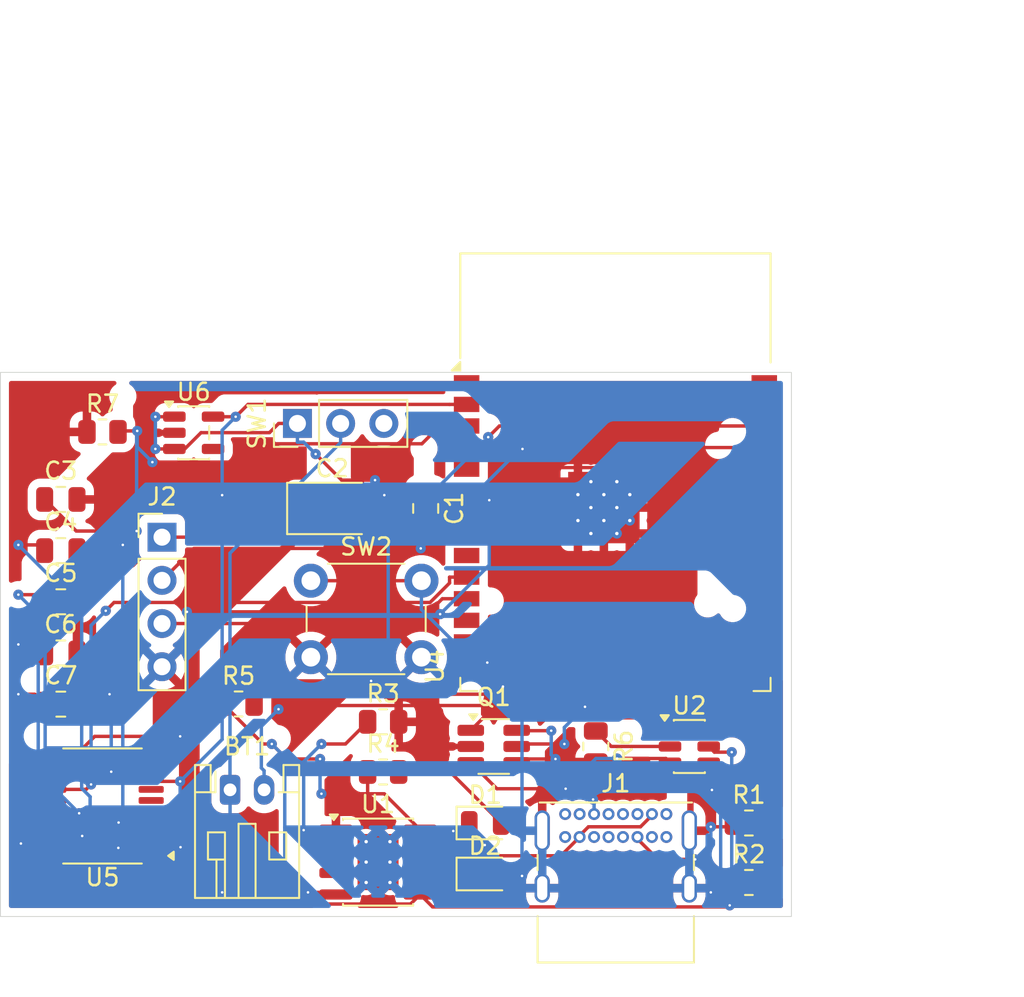
<source format=kicad_pcb>
(kicad_pcb (version 20241229) (generator "pcbnew") (generator_version "9.0")
  (layers (0 "F.Cu" signal) (2 "B.Cu" signal) (13 "F.Paste" user) (15 "B.Paste" user) (5 "F.SilkS" user "F.Silkscreen") (7 "B.SilkS" user "B.Silkscreen") (1 "F.Mask" user) (3 "B.Mask" user) (25 "Edge.Cuts" user))
  (net 0 "")
  (net 1 "/BAT_RAW")
  (net 2 "/BAT_MINUS")
  (net 3 "/V_SYS")
  (net 4 "/GND")
  (net 5 "/3V3")
  (net 6 "Net-(U4-EN)")
  (net 7 "Net-(U5-CAPP)")
  (net 8 "Net-(U5-CAPM)")
  (net 9 "Net-(U5-VNEG)")
  (net 10 "Net-(U5-LDOO)")
  (net 11 "Net-(D1-A)")
  (net 12 "Net-(D1-K)")
  (net 13 "Net-(D2-K)")
  (net 14 "Net-(D2-A)")
  (net 15 "/VBUS_IN")
  (net 16 "Net-(J1-CC2)")
  (net 17 "Net-(J1-CC1)")
  (net 18 "/RXD")
  (net 19 "/TXD")
  (net 20 "Net-(Q1A-D)")
  (net 21 "/OVER_CHARGE")
  (net 22 "/OVER_DISCHARGE")
  (net 23 "Net-(U1-PROG)")
  (net 24 "Net-(U2-CS)")
  (net 25 "Net-(U4-IO0)")
  (net 34 "Net-(U4-IO22)")
  (net 39 "Net-(U4-IO26)")
  (net 56 "Net-(U4-IO25)")
  (footprint "Package_TO_SOT_SMD:SOT-23-5" (layer "F.Cu") (at 117.8625 63.05)
    (property "Reference" "U6")
    (property "Value" "AP2112K-3.3")
  )
  (footprint "LED_SMD:LED_0805_2012Metric" (layer "F.Cu") (at 135 89)
    (property "Reference" "D2")
    (property "Value" "LED")
  )
  (footprint "Package_TO_SOT_SMD:SOT-23-6" (layer "F.Cu") (at 147 81.5)
    (property "Reference" "U2")
    (property "Value" "DW01A")
  )
  (footprint "Capacitor_SMD:C_0805_2012Metric" (layer "F.Cu") (at 110.05 69.98)
    (property "Reference" "C4")
    (property "Value" "2.2uF")
  )
  (footprint "Resistor_SMD:R_0805_2012Metric" (layer "F.Cu") (at 129 80.05)
    (property "Reference" "R3")
    (property "Value" "1.2k")
  )
  (footprint "Capacitor_SMD:C_0805_2012Metric" (layer "F.Cu") (at 110.05 79.01)
    (property "Reference" "C7")
    (property "Value" "0.1uF")
  )
  (footprint "Resistor_SMD:R_0805_2012Metric" (layer "F.Cu") (at 112.5 63)
    (property "Reference" "R7")
    (property "Value" "10K")
  )
  (footprint "LED_SMD:LED_0805_2012Metric" (layer "F.Cu") (at 135 86)
    (property "Reference" "D1")
    (property "Value" "LED")
  )
  (footprint "Package_SO:TSSOP-20_4.4x6.5mm_P0.65mm" (layer "F.Cu") (at 112.5 85 180)
    (property "Reference" "U5")
    (property "Value" "PCM5102A")
  )
  (footprint "Resistor_SMD:R_0805_2012Metric" (layer "F.Cu") (at 129 83)
    (property "Reference" "R4")
    (property "Value" "1k")
  )
  (footprint "Connector_PinHeader_2.54mm:PinHeader_1x03_P2.54mm_Vertical" (layer "F.Cu") (at 123.96 62.5 90)
    (property "Reference" "SW1")
    (property "Value" "SW_SPDT")
  )
  (footprint "Capacitor_SMD:C_0805_2012Metric" (layer "F.Cu") (at 110.05 76)
    (property "Reference" "C6")
    (property "Value" "2.2uF")
  )
  (footprint "Resistor_SMD:R_0805_2012Metric" (layer "F.Cu") (at 141.5 81.5 -90)
    (property "Reference" "R6")
    (property "Value" "1K")
  )
  (footprint "Resistor_SMD:R_0805_2012Metric" (layer "F.Cu") (at 120.5 79)
    (property "Reference" "R5")
    (property "Value" "1k")
  )
  (footprint "Connector_JST:JST_PH_S2B-PH-K_1x02_P2.00mm_Horizontal" (layer "F.Cu") (at 120 84.05)
    (property "Reference" "BT1")
    (property "Value" "Battery_Cell")
  )
  (footprint "Resistor_SMD:R_0805_2012Metric" (layer "F.Cu") (at 150.5 86)
    (property "Reference" "R1")
    (property "Value" "5.1k")
  )
  (footprint "Connector_USB:USB_C_Receptacle_GCT_USB4085" (layer "F.Cu") (at 139.7 85.475)
    (property "Reference" "J1")
    (property "Value" "USB_C_Receptacle_PowerOnly_6P")
  )
  (footprint "Capacitor_SMD:C_0805_2012Metric" (layer "F.Cu") (at 131.5 67.5 -90)
    (property "Reference" "C1")
    (property "Value" "10uF")
  )
  (footprint "RF_Module:ESP32-WROOM-32" (layer "F.Cu") (at 142.655 68.36)
    (property "Reference" "U4")
    (property "Value" "ESP32-WROOM-32")
  )
  (footprint "Package_SO:SOIC-8-1EP_3.9x4.9mm_P1.27mm_EP2.41x3.3mm_ThermalVias" (layer "F.Cu") (at 128.7 88.3)
    (property "Reference" "U1")
    (property "Value" "TP4056-42-ESOP8")
  )
  (footprint "Button_Switch_THT:SW_PUSH_6mm" (layer "F.Cu") (at 124.75 71.75)
    (property "Reference" "SW2")
    (property "Value" "SW_Push")
  )
  (footprint "Capacitor_SMD:C_0805_2012Metric" (layer "F.Cu") (at 110.05 66.97)
    (property "Reference" "C3")
    (property "Value" "1uF")
  )
  (footprint "Package_TO_SOT_SMD:SOT-23-6_Handsoldering" (layer "F.Cu") (at 135.5 81.5)
    (property "Reference" "Q1")
    (property "Value" "Q_Dual_NMOS_G1S2G2D2S1D1")
  )
  (footprint "Resistor_SMD:R_0805_2012Metric" (layer "F.Cu") (at 150.5 89.5)
    (property "Reference" "R2")
    (property "Value" "5.1k")
  )
  (footprint "Capacitor_SMD:C_0805_2012Metric" (layer "F.Cu") (at 110.05 72.99)
    (property "Reference" "C5")
    (property "Value" "2.2uF")
  )
  (footprint "Connector_PinHeader_2.54mm:PinHeader_1x04_P2.54mm_Vertical" (layer "F.Cu") (at 116 69.19)
    (property "Reference" "J2")
    (property "Value" "Conn_01x04")
  )
  (footprint "Capacitor_Tantalum_SMD:CP_EIA-3528-21_Kemet-B_HandSolder" (layer "F.Cu") (at 126 67.5)
    (property "Reference" "C2")
    (property "Value" "100uF")
  )
  (gr_rect (start 106.5 59.5) (end 153 91.5) (stroke (width 0.05)) (fill no) (layer "Edge.Cuts"))
  (segment (start 149.2805 90.937) (end 131.907 90.937) (width 0.2) (layer "F.Cu") (net 1))
  (segment (start 149.4913 81.8343) (end 148.4718 81.8343) (width 0.2) (layer "F.Cu") (net 1))
  (segment (start 148.4718 81.8343) (end 148.1375 81.5) (width 0.2) (layer "F.Cu") (net 1))
  (segment (start 119.5346 90.0813) (end 120.2203 90.767) (width 0.2) (layer "F.Cu") (net 1))
  (segment (start 130.613 90.767) (end 131.175 90.205) (width 0.2) (layer "F.Cu") (net 1))
  (segment (start 149.372 90.8455) (end 149.2805 90.937) (width 0.2) (layer "F.Cu") (net 1))
  (segment (start 131.907 90.937) (end 131.175 90.205) (width 0.2) (layer "F.Cu") (net 1))
  (segment (start 120.2203 90.767) (end 130.613 90.767) (width 0.2) (layer "F.Cu") (net 1))
  (via (at 149.372 90.8455) (size 0.6) (drill 0.15) (layers "F.Cu" "B.Cu") (net 1))
  (via (at 149.4913 81.8343) (size 0.6) (drill 0.15) (layers "F.Cu" "B.Cu") (net 1))
  (via (at 119.5346 90.0813) (size 0.6) (drill 0.15) (layers "F.Cu" "B.Cu") (net 1))
  (segment (start 149.4913 81.8343) (end 149.4913 90.7262) (width 0.2) (layer "B.Cu") (net 1))
  (segment (start 119.9953 70.1292) (end 119.9953 84.0453) (width 0.2) (layer "B.Cu") (net 1))
  (segment (start 119.5346 90.0813) (end 120 89.6159) (width 0.2) (layer "B.Cu") (net 1))
  (segment (start 126.5 63.6245) (end 119.9953 70.1292) (width 0.2) (layer "B.Cu") (net 1))
  (segment (start 119.9953 84.0453) (end 120 84.05) (width 0.2) (layer "B.Cu") (net 1))
  (segment (start 149.4913 90.7262) (end 149.372 90.8455) (width 0.2) (layer "B.Cu") (net 1))
  (segment (start 120 89.6159) (end 120 84.05) (width 0.2) (layer "B.Cu") (net 1))
  (segment (start 126.5 62.5) (end 126.5 63.6245) (width 0.2) (layer "B.Cu") (net 1))
  (segment (start 146.7542 79.1667) (end 148.1375 80.55) (width 0.2) (layer "F.Cu") (net 2))
  (segment (start 122.8487 79.3089) (end 123.065 79.0926) (width 0.2) (layer "F.Cu") (net 2))
  (segment (start 136.9956 81.3544) (end 136.85 81.5) (width 0.2) (layer "F.Cu") (net 2))
  (segment (start 139.6529 81.3544) (end 136.9956 81.3544) (width 0.2) (layer "F.Cu") (net 2))
  (segment (start 140.8653 79.1667) (end 146.7542 79.1667) (width 0.2) (layer "F.Cu") (net 2))
  (segment (start 123.065 79.0926) (end 140.7912 79.0926) (width 0.2) (layer "F.Cu") (net 2))
  (segment (start 140.7912 79.0926) (end 140.8653 79.1667) (width 0.2) (layer "F.Cu") (net 2))
  (via (at 140.8653 79.1667) (size 0.6) (drill 0.15) (layers "F.Cu" "B.Cu") (net 2))
  (via (at 122.8487 79.3089) (size 0.6) (drill 0.15) (layers "F.Cu" "B.Cu") (net 2))
  (via (at 139.6529 81.3544) (size 0.6) (drill 0.15) (layers "F.Cu" "B.Cu") (net 2))
  (segment (start 121.8383 82.7616) (end 121.8383 80.3193) (width 0.2) (layer "B.Cu") (net 2))
  (segment (start 122 84.05) (end 122 82.9233) (width 0.2) (layer "B.Cu") (net 2))
  (segment (start 121.8383 80.3193) (end 122.8487 79.3089) (width 0.2) (layer "B.Cu") (net 2))
  (segment (start 139.6529 80.3791) (end 140.8653 79.1667) (width 0.2) (layer "B.Cu") (net 2))
  (segment (start 139.6529 81.3544) (end 139.6529 80.3791) (width 0.2) (layer "B.Cu") (net 2))
  (segment (start 122 82.9233) (end 121.8383 82.7616) (width 0.2) (layer "B.Cu") (net 2))
  (segment (start 122.315 63.0433) (end 122.8583 62.5) (width 0.2) (layer "F.Cu") (net 3))
  (segment (start 131.3321 66.7179) (end 131.5 66.55) (width 0.2) (layer "F.Cu") (net 3))
  (segment (start 115.6092 64) (end 116.725 64) (width 0.2) (layer "F.Cu") (net 3))
  (segment (start 117.3363 64) (end 118.293 63.0433) (width 0.2) (layer "F.Cu") (net 3))
  (segment (start 116.725 64) (end 117.3363 64) (width 0.2) (layer "F.Cu") (net 3))
  (segment (start 116.7177 62.1073) (end 116.725 62.1) (width 0.2) (layer "F.Cu") (net 3))
  (segment (start 118.293 63.0433) (end 122.315 63.0433) (width 0.2) (layer "F.Cu") (net 3))
  (segment (start 115.6092 62.1073) (end 116.7177 62.1073) (width 0.2) (layer "F.Cu") (net 3))
  (segment (start 129.0682 66.7179) (end 131.3321 66.7179) (width 0.2) (layer "F.Cu") (net 3))
  (segment (start 128.5219 65.8343) (end 126.5626 65.8343) (width 0.2) (layer "F.Cu") (net 3))
  (segment (start 123.96 62.5) (end 122.8583 62.5) (width 0.2) (layer "F.Cu") (net 3))
  (segment (start 126.5626 65.8343) (end 125.0304 64.3021) (width 0.2) (layer "F.Cu") (net 3))
  (via (at 115.6092 64) (size 0.6) (drill 0.15) (layers "F.Cu" "B.Cu") (net 3))
  (via (at 115.6092 62.1073) (size 0.6) (drill 0.15) (layers "F.Cu" "B.Cu") (net 3))
  (via (at 125.0304 64.3021) (size 0.6) (drill 0.15) (layers "F.Cu" "B.Cu") (net 3))
  (via (at 128.5219 65.8343) (size 0.6) (drill 0.15) (layers "F.Cu" "B.Cu") (net 3))
  (via (at 129.0682 66.7179) (size 0.6) (drill 0.15) (layers "F.Cu" "B.Cu") (net 3))
  (segment (start 124.33 63.6017) (end 123.96 63.6017) (width 0.2) (layer "B.Cu") (net 3))
  (segment (start 129.0682 66.7179) (end 129.0682 66.3806) (width 0.2) (layer "B.Cu") (net 3))
  (segment (start 115.6092 64) (end 115.6092 62.1073) (width 0.2) (layer "B.Cu") (net 3))
  (segment (start 125.0304 64.3021) (end 124.33 63.6017) (width 0.2) (layer "B.Cu") (net 3))
  (segment (start 123.96 62.5) (end 123.96 63.6017) (width 0.2) (layer "B.Cu") (net 3))
  (segment (start 129.0682 66.3806) (end 128.5219 65.8343) (width 0.2) (layer "B.Cu") (net 3))
  (segment (start 116.5868 87.925) (end 115.3625 87.925) (width 0.2) (layer "F.Cu") (net 5))
  (segment (start 109.6375 87.925) (end 109.7966 88.0841) (width 0.2) (layer "F.Cu") (net 5))
  (segment (start 115.2034 88.0841) (end 115.3625 87.925) (width 0.2) (layer "F.Cu") (net 5))
  (segment (start 115.5408 83.5533) (end 115.3625 83.375) (width 0.2) (layer "F.Cu") (net 5))
  (segment (start 116 69.19) (end 122.6825 69.19) (width 0.2) (layer "F.Cu") (net 5))
  (segment (start 120.3286 62.1073) (end 121.0559 61.38) (width 0.2) (layer "F.Cu") (net 5))
  (segment (start 133.905 61.38) (end 132.9033 61.38) (width 0.2) (layer "F.Cu") (net 5))
  (segment (start 117.0658 83.5533) (end 115.5408 83.5533) (width 0.2) (layer "F.Cu") (net 5))
  (segment (start 119.0073 62.1073) (end 120.3286 62.1073) (width 0.2) (layer "F.Cu") (net 5))
  (segment (start 108.4208 87.925) (end 109.6375 87.925) (width 0.2) (layer "F.Cu") (net 5))
  (segment (start 108.5171 78.4271) (end 109.1 79.01) (width 0.2) (layer "F.Cu") (net 5))
  (segment (start 123.5904 66.7179) (end 124.3725 67.5) (width 0.2) (layer "F.Cu") (net 5))
  (segment (start 107.7048 87.209) (end 108.4208 87.925) (width 0.2) (layer "F.Cu") (net 5))
  (segment (start 122.6825 69.19) (end 124.3725 67.5) (width 0.2) (layer "F.Cu") (net 5))
  (segment (start 109.7966 88.0841) (end 115.2034 88.0841) (width 0.2) (layer "F.Cu") (net 5))
  (segment (start 119.5346 66.7179) (end 123.5904 66.7179) (width 0.2) (layer "F.Cu") (net 5))
  (segment (start 121.0559 61.38) (end 132.9033 61.38) (width 0.2) (layer "F.Cu") (net 5))
  (segment (start 107.5545 78.4271) (end 108.5171 78.4271) (width 0.2) (layer "F.Cu") (net 5))
  (segment (start 119 62.1) (end 119.0073 62.1073) (width 0.2) (layer "F.Cu") (net 5))
  (segment (start 117.0878 87.424) (end 116.5868 87.925) (width 0.2) (layer "F.Cu") (net 5))
  (via (at 119.5346 66.7179) (size 0.6) (drill 0.15) (layers "F.Cu" "B.Cu") (net 5))
  (via (at 107.7048 87.209) (size 0.6) (drill 0.15) (layers "F.Cu" "B.Cu") (net 5))
  (via (at 120.3286 62.1073) (size 0.6) (drill 0.15) (layers "F.Cu" "B.Cu") (net 5))
  (via (at 107.5545 78.4271) (size 0.6) (drill 0.15) (layers "F.Cu" "B.Cu") (net 5))
  (via (at 117.0658 83.5533) (size 0.6) (drill 0.15) (layers "F.Cu" "B.Cu") (net 5))
  (via (at 117.0878 87.424) (size 0.6) (drill 0.15) (layers "F.Cu" "B.Cu") (net 5))
  (segment (start 117.0658 83.5533) (end 119.5346 81.0845) (width 0.2) (layer "B.Cu") (net 5))
  (segment (start 120.3286 62.1073) (end 119.5346 62.9013) (width 0.2) (layer "B.Cu") (net 5))
  (segment (start 107.5545 87.0587) (end 107.7048 87.209) (width 0.2) (layer "B.Cu") (net 5))
  (segment (start 119.5346 81.0845) (end 119.5346 66.7179) (width 0.2) (layer "B.Cu") (net 5))
  (segment (start 107.5545 78.4271) (end 107.5545 87.0587) (width 0.2) (layer "B.Cu") (net 5))
  (segment (start 117.0658 87.402) (end 117.0658 83.5533) (width 0.2) (layer "B.Cu") (net 5))
  (segment (start 119.5346 62.9013) (end 119.5346 66.7179) (width 0.2) (layer "B.Cu") (net 5))
  (segment (start 117.0878 87.424) (end 117.0658 87.402) (width 0.2) (layer "B.Cu") (net 5))
  (segment (start 133.905 62.65) (end 132.3257 62.65) (width 0.2) (layer "F.Cu") (net 6))
  (segment (start 110.9593 68.8293) (end 109.1 66.97) (width 0.2) (layer "F.Cu") (net 6))
  (segment (start 132.3257 62.65) (end 131.2796 63.6961) (width 0.2) (layer "F.Cu") (net 6))
  (segment (start 120.6973 64.7771) (end 115.4328 64.7771) (width 0.2) (layer "F.Cu") (net 6))
  (segment (start 114.506 68.8293) (end 110.9593 68.8293) (width 0.2) (layer "F.Cu") (net 6))
  (segment (start 121.7783 63.6961) (end 120.6973 64.7771) (width 0.2) (layer "F.Cu") (net 6))
  (segment (start 131.2796 63.6961) (end 121.7783 63.6961) (width 0.2) (layer "F.Cu") (net 6))
  (segment (start 113.4721 62.9404) (end 113.4125 63) (width 0.2) (layer "F.Cu") (net 6))
  (segment (start 114.5412 62.9404) (end 113.4721 62.9404) (width 0.2) (layer "F.Cu") (net 6))
  (via (at 115.4328 64.7771) (size 0.6) (drill 0.15) (layers "F.Cu" "B.Cu") (net 6))
  (via (at 114.506 68.8293) (size 0.6) (drill 0.15) (layers "F.Cu" "B.Cu") (net 6))
  (via (at 114.5412 62.9404) (size 0.6) (drill 0.15) (layers "F.Cu" "B.Cu") (net 6))
  (segment (start 114.506 62.9756) (end 114.506 68.8293) (width 0.2) (layer "B.Cu") (net 6))
  (segment (start 114.5412 63.8855) (end 114.5412 62.9404) (width 0.2) (layer "B.Cu") (net 6))
  (segment (start 114.5412 62.9404) (end 114.506 62.9756) (width 0.2) (layer "B.Cu") (net 6))
  (segment (start 115.4328 64.7771) (end 114.5412 63.8855) (width 0.2) (layer "B.Cu") (net 6))
  (segment (start 107.5545 69.6452) (end 108.7652 69.6452) (width 0.2) (layer "F.Cu") (net 7))
  (segment (start 113.4311 87.4665) (end 115.171 87.4665) (width 0.2) (layer "F.Cu") (net 7))
  (segment (start 108.7652 69.6452) (end 109.1 69.98) (width 0.2) (layer "F.Cu") (net 7))
  (segment (start 115.171 87.4665) (end 115.3625 87.275) (width 0.2) (layer "F.Cu") (net 7))
  (via (at 113.4311 87.4665) (size 0.6) (drill 0.15) (layers "F.Cu" "B.Cu") (net 7))
  (via (at 107.5545 69.6452) (size 0.6) (drill 0.15) (layers "F.Cu" "B.Cu") (net 7))
  (segment (start 111.7728 84.4569) (end 111.7728 85.8082) (width 0.2) (layer "B.Cu") (net 7))
  (segment (start 111.7727 84.4569) (end 111.7728 84.4569) (width 0.2) (layer "B.Cu") (net 7))
  (segment (start 111.2772 83.9614) (end 111.7727 84.4569) (width 0.2) (layer "B.Cu") (net 7))
  (segment (start 107.5545 69.6452) (end 111.2772 73.3679) (width 0.2) (layer "B.Cu") (net 7))
  (segment (start 111.7728 85.8082) (end 113.4311 87.4665) (width 0.2) (layer "B.Cu") (net 7))
  (segment (start 111.2772 73.3679) (end 111.2772 83.9614) (width 0.2) (layer "B.Cu") (net 7))
  (segment (start 113.4473 85.975) (end 115.3625 85.975) (width 0.2) (layer "F.Cu") (net 8))
  (segment (start 113.6938 69.6452) (end 111.3348 69.6452) (width 0.2) (layer "F.Cu") (net 8))
  (segment (start 113.4469 85.9746) (end 113.4473 85.975) (width 0.2) (layer "F.Cu") (net 8))
  (segment (start 111.3348 69.6452) (end 111 69.98) (width 0.2) (layer "F.Cu") (net 8))
  (via (at 113.6938 69.6452) (size 0.6) (drill 0.15) (layers "F.Cu" "B.Cu") (net 8))
  (via (at 113.4469 85.9746) (size 0.6) (drill 0.15) (layers "F.Cu" "B.Cu") (net 8))
  (segment (start 113.6938 85.7277) (end 113.6938 69.6452) (width 0.2) (layer "B.Cu") (net 8))
  (segment (start 113.4469 85.9746) (end 113.6938 85.7277) (width 0.2) (layer "B.Cu") (net 8))
  (segment (start 107.5545 72.5725) (end 108.6825 72.5725) (width 0.2) (layer "F.Cu") (net 9))
  (segment (start 108.6825 72.5725) (end 109.1 72.99) (width 0.2) (layer "F.Cu") (net 9))
  (segment (start 115.3625 85.325) (end 111.2312 85.325) (width 0.2) (layer "F.Cu") (net 9))
  (segment (start 111.2312 85.325) (end 111.1279 85.4283) (width 0.2) (layer "F.Cu") (net 9))
  (via (at 107.5545 72.5725) (size 0.6) (drill 0.15) (layers "F.Cu" "B.Cu") (net 9))
  (via (at 111.1279 85.4283) (size 0.6) (drill 0.15) (layers "F.Cu" "B.Cu") (net 9))
  (segment (start 109.129 74.147) (end 107.5545 72.5725) (width 0.2) (layer "B.Cu") (net 9))
  (segment (start 111.1279 85.4283) (end 109.129 83.4294) (width 0.2) (layer "B.Cu") (net 9))
  (segment (start 109.129 83.4294) (end 109.129 74.147) (width 0.2) (layer "B.Cu") (net 9))
  (segment (start 111.3065 86.7644) (end 109.7769 86.7644) (width 0.2) (layer "F.Cu") (net 10))
  (segment (start 107.5545 75.4998) (end 108.5998 75.4998) (width 0.2) (layer "F.Cu") (net 10))
  (segment (start 108.5998 75.4998) (end 109.1 76) (width 0.2) (layer "F.Cu") (net 10))
  (segment (start 109.7769 86.7644) (end 109.6375 86.625) (width 0.2) (layer "F.Cu") (net 10))
  (via (at 111.3065 86.7644) (size 0.6) (drill 0.15) (layers "F.Cu" "B.Cu") (net 10))
  (via (at 107.5545 75.4998) (size 0.6) (drill 0.15) (layers "F.Cu" "B.Cu") (net 10))
  (segment (start 111.3065 86.7644) (end 108.7217 84.1796) (width 0.2) (layer "B.Cu") (net 10))
  (segment (start 108.7217 84.1796) (end 108.7217 76.667) (width 0.2) (layer "B.Cu") (net 10))
  (segment (start 108.7217 76.667) (end 107.5545 75.4998) (width 0.2) (layer "B.Cu") (net 10))
  (segment (start 129.9125 83) (end 132.9375 83) (width 0.2) (layer "F.Cu") (net 11))
  (segment (start 132.9375 83) (end 135.9375 86) (width 0.2) (layer "F.Cu") (net 11))
  (segment (start 132.7718 87.665) (end 134.0625 86.3743) (width 0.2) (layer "F.Cu") (net 12))
  (segment (start 131.175 87.665) (end 132.7718 87.665) (width 0.2) (layer "F.Cu") (net 12))
  (segment (start 134.0625 86.3743) (end 134.0625 86) (width 0.2) (layer "F.Cu") (net 12))
  (segment (start 134.0625 89) (end 131.24 89) (width 0.2) (layer "F.Cu") (net 13))
  (segment (start 131.24 89) (end 131.175 88.935) (width 0.2) (layer "F.Cu") (net 13))
  (segment (start 136.0527 89.1152) (end 135.9375 89) (width 0.2) (layer "F.Cu") (net 14))
  (segment (start 137.163 89.1152) (end 136.0527 89.1152) (width 0.2) (layer "F.Cu") (net 14))
  (segment (start 121.9854 78.4271) (end 135.5924 78.4271) (width 0.2) (layer "F.Cu") (net 14))
  (segment (start 135.5924 78.4271) (end 136.0415 77.978) (width 0.2) (layer "F.Cu") (net 14))
  (segment (start 121.4125 79) (end 121.9854 78.4271) (width 0.2) (layer "F.Cu") (net 14))
  (via (at 136.0415 77.978) (size 0.6) (drill 0.15) (layers "F.Cu" "B.Cu") (net 14))
  (via (at 137.163 89.1152) (size 0.6) (drill 0.15) (layers "F.Cu" "B.Cu") (net 14))
  (segment (start 136.0415 77.978) (end 137.163 79.0995) (width 0.2) (layer "B.Cu") (net 14))
  (segment (start 137.163 79.0995) (end 137.163 89.1152) (width 0.2) (layer "B.Cu") (net 14))
  (segment (start 123.3352 82.2362) (end 122.4534 81.3544) (width 0.2) (layer "F.Cu") (net 15))
  (segment (start 129.0617 84.2817) (end 128.0875 84.2817) (width 0.2) (layer "F.Cu") (net 15))
  (segment (start 139.4481 87.9281) (end 140.55 86.8262) (width 0.2) (layer "F.Cu") (net 15))
  (segment (start 140.55 86.742) (end 140.55 86.825) (width 0.2) (layer "F.Cu") (net 15))
  (segment (start 124.5811 90.0813) (end 126.1013 90.0813) (width 0.2) (layer "F.Cu") (net 15))
  (segment (start 144.1267 86.2233) (end 141.0687 86.2233) (width 0.2) (layer "F.Cu") (net 15))
  (segment (start 121.9419 81.3544) (end 119.5875 79) (width 0.2) (layer "F.Cu") (net 15))
  (segment (start 140.55 86.8262) (end 140.55 86.825) (width 0.2) (layer "F.Cu") (net 15))
  (segment (start 128.0875 84.2817) (end 125.3722 84.2817) (width 0.2) (layer "F.Cu") (net 15))
  (segment (start 128.0875 84.2817) (end 128.0875 83) (width 0.2) (layer "F.Cu") (net 15))
  (segment (start 133.1217 86.4727) (end 131.2527 86.4727) (width 0.2) (layer "F.Cu") (net 15))
  (segment (start 141.0687 86.2233) (end 140.55 86.742) (width 0.2) (layer "F.Cu") (net 15))
  (segment (start 122.4534 81.3544) (end 121.9419 81.3544) (width 0.2) (layer "F.Cu") (net 15))
  (segment (start 144.8 85.55) (end 144.1267 86.2233) (width 0.2) (layer "F.Cu") (net 15))
  (segment (start 134.9736 87.2983) (end 135.6034 87.9281) (width 0.2) (layer "F.Cu") (net 15))
  (segment (start 125.2894 82.2362) (end 123.3352 82.2362) (width 0.2) (layer "F.Cu") (net 15))
  (segment (start 131.2527 86.4727) (end 131.175 86.395) (width 0.2) (layer "F.Cu") (net 15))
  (segment (start 126.1013 90.0813) (end 126.225 90.205) (width 0.2) (layer "F.Cu") (net 15))
  (segment (start 131.175 86.395) (end 129.0617 84.2817) (width 0.2) (layer "F.Cu") (net 15))
  (segment (start 135.6034 87.9281) (end 139.4481 87.9281) (width 0.2) (layer "F.Cu") (net 15))
  (segment (start 144.8 85.475) (end 144.8 85.55) (width 0.2) (layer "F.Cu") (net 15))
  (via (at 125.2894 82.2362) (size 0.6) (drill 0.15) (layers "F.Cu" "B.Cu") (net 15))
  (via (at 124.5811 90.0813) (size 0.6) (drill 0.15) (layers "F.Cu" "B.Cu") (net 15))
  (via (at 133.1217 86.4727) (size 0.6) (drill 0.15) (layers "F.Cu" "B.Cu") (net 15))
  (via (at 134.9736 87.2983) (size 0.6) (drill 0.15) (layers "F.Cu" "B.Cu") (net 15))
  (via (at 125.3722 84.2817) (size 0.6) (drill 0.15) (layers "F.Cu" "B.Cu") (net 15))
  (via (at 122.4534 81.3544) (size 0.6) (drill 0.15) (layers "F.Cu" "B.Cu") (net 15))
  (segment (start 123.2152 82.1162) (end 122.4534 81.3544) (width 0.2) (layer "B.Cu") (net 15))
  (segment (start 125.2894 84.1989) (end 125.2894 82.2362) (width 0.2) (layer "B.Cu") (net 15))
  (segment (start 134.148 86.4727) (end 134.9736 87.2983) (width 0.2) (layer "B.Cu") (net 15))
  (segment (start 125.3722 84.2817) (end 125.2894 84.1989) (width 0.2) (layer "B.Cu") (net 15))
  (segment (start 133.1217 86.4727) (end 134.148 86.4727) (width 0.2) (layer "B.Cu") (net 15))
  (segment (start 123.2152 88.7154) (end 123.2152 82.1162) (width 0.2) (layer "B.Cu") (net 15))
  (segment (start 124.5811 90.0813) (end 123.2152 88.7154) (width 0.2) (layer "B.Cu") (net 15))
  (segment (start 149.3643 86.2232) (end 149.5875 86) (width 0.2) (layer "F.Cu") (net 16))
  (segment (start 145.1543 88.1404) (end 147.3416 88.1404) (width 0.2) (layer "F.Cu") (net 16))
  (segment (start 143.95 86.825) (end 143.95 86.9361) (width 0.2) (layer "F.Cu") (net 16))
  (segment (start 143.95 86.9361) (end 145.1543 88.1404) (width 0.2) (layer "F.Cu") (net 16))
  (segment (start 148.262 86.2232) (end 149.3643 86.2232) (width 0.2) (layer "F.Cu") (net 16))
  (via (at 148.262 86.2232) (size 0.6) (drill 0.15) (layers "F.Cu" "B.Cu") (net 16))
  (via (at 147.3416 88.1404) (size 0.6) (drill 0.15) (layers "F.Cu" "B.Cu") (net 16))
  (segment (start 148.262 87.22) (end 147.3416 88.1404) (width 0.2) (layer "B.Cu") (net 16))
  (segment (start 148.262 86.2232) (end 148.262 87.22) (width 0.2) (layer "B.Cu") (net 16))
  (segment (start 148.3273 84.0585) (end 141.899 84.0585) (width 0.2) (layer "F.Cu") (net 17))
  (segment (start 141.899 84.0585) (end 141.3404 84.6171) (width 0.2) (layer "F.Cu") (net 17))
  (segment (start 149.0062 90.0813) (end 149.5875 89.5) (width 0.2) (layer "F.Cu") (net 17))
  (segment (start 148.262 90.0813) (end 149.0062 90.0813) (width 0.2) (layer "F.Cu") (net 17))
  (via (at 141.3404 84.6171) (size 0.6) (drill 0.15) (layers "F.Cu" "B.Cu") (net 17))
  (via (at 148.3273 84.0585) (size 0.6) (drill 0.15) (layers "F.Cu" "B.Cu") (net 17))
  (via (at 148.262 90.0813) (size 0.6) (drill 0.15) (layers "F.Cu" "B.Cu") (net 17))
  (segment (start 148.8415 84.5727) (end 148.3273 84.0585) (width 0.2) (layer "B.Cu") (net 17))
  (segment (start 141.4 84.6767) (end 141.4 85.475) (width 0.2) (layer "B.Cu") (net 17))
  (segment (start 148.262 90.0813) (end 148.8415 89.5018) (width 0.2) (layer "B.Cu") (net 17))
  (segment (start 148.8415 89.5018) (end 148.8415 84.5727) (width 0.2) (layer "B.Cu") (net 17))
  (segment (start 141.3404 84.6171) (end 141.4 84.6767) (width 0.2) (layer "B.Cu") (net 17))
  (segment (start 116 74.27) (end 131.7974 74.27) (width 0.2) (layer "F.Cu") (net 18))
  (segment (start 151.405 65.19) (end 150.4033 65.19) (width 0.2) (layer "F.Cu") (net 18))
  (segment (start 150.3116 65.0983) (end 150.4033 65.19) (width 0.2) (layer "F.Cu") (net 18))
  (segment (start 135.2381 67.0143) (end 137.1541 65.0983) (width 0.2) (layer "F.Cu") (net 18))
  (segment (start 137.1541 65.0983) (end 150.3116 65.0983) (width 0.2) (layer "F.Cu") (net 18))
  (segment (start 131.7974 74.27) (end 132.3502 73.7172) (width 0.2) (layer "F.Cu") (net 18))
  (via (at 135.2381 67.0143) (size 0.6) (drill 0.15) (layers "F.Cu" "B.Cu") (net 18))
  (via (at 132.3502 73.7172) (size 0.6) (drill 0.15) (layers "F.Cu" "B.Cu") (net 18))
  (segment (start 135.2381 70.8293) (end 135.2381 67.0143) (width 0.2) (layer "B.Cu") (net 18))
  (segment (start 132.3502 73.7172) (end 135.2381 70.8293) (width 0.2) (layer "B.Cu") (net 18))
  (segment (start 117.8795 69.8505) (end 116 71.73) (width 0.2) (layer "F.Cu") (net 19))
  (segment (start 151.405 63.92) (end 137.2723 63.92) (width 0.2) (layer "F.Cu") (net 19))
  (segment (start 137.2723 63.92) (end 137.1902 64.0021) (width 0.2) (layer "F.Cu") (net 19))
  (segment (start 131.2098 69.8505) (end 117.8795 69.8505) (width 0.2) (layer "F.Cu") (net 19))
  (via (at 137.1902 64.0021) (size 0.6) (drill 0.15) (layers "F.Cu" "B.Cu") (net 19))
  (via (at 131.2098 69.8505) (size 0.6) (drill 0.15) (layers "F.Cu" "B.Cu") (net 19))
  (segment (start 137.0582 64.0021) (end 131.2098 69.8505) (width 0.2) (layer "B.Cu") (net 19))
  (segment (start 137.1902 64.0021) (end 137.0582 64.0021) (width 0.2) (layer "B.Cu") (net 19))
  (segment (start 136.8726 80.5726) (end 136.85 80.55) (width 0.2) (layer "F.Cu") (net 20))
  (segment (start 138.8805 80.5726) (end 136.8726 80.5726) (width 0.2) (layer "F.Cu") (net 20))
  (segment (start 139.1299 82.2362) (end 137.0638 82.2362) (width 0.2) (layer "F.Cu") (net 20))
  (segment (start 137.0638 82.2362) (end 136.85 82.45) (width 0.2) (layer "F.Cu") (net 20))
  (via (at 138.8805 80.5726) (size 0.6) (drill 0.15) (layers "F.Cu" "B.Cu") (net 20))
  (via (at 139.1299 82.2362) (size 0.6) (drill 0.15) (layers "F.Cu" "B.Cu") (net 20))
  (segment (start 138.8805 81.9868) (end 138.8805 80.5726) (width 0.2) (layer "B.Cu") (net 20))
  (segment (start 139.1299 82.2362) (end 138.8805 81.9868) (width 0.2) (layer "B.Cu") (net 20))
  (segment (start 142.7527 82.209) (end 145.6215 82.209) (width 0.2) (layer "F.Cu") (net 21))
  (segment (start 134.15 82.45) (end 135.685 83.985) (width 0.2) (layer "F.Cu") (net 21))
  (segment (start 135.685 83.985) (end 139.7278 83.985) (width 0.2) (layer "F.Cu") (net 21))
  (segment (start 145.6215 82.209) (end 145.8625 82.45) (width 0.2) (layer "F.Cu") (net 21))
  (via (at 139.7278 83.985) (size 0.6) (drill 0.15) (layers "F.Cu" "B.Cu") (net 21))
  (via (at 142.7527 82.209) (size 0.6) (drill 0.15) (layers "F.Cu" "B.Cu") (net 21))
  (segment (start 141.5038 82.209) (end 142.7527 82.209) (width 0.2) (layer "B.Cu") (net 21))
  (segment (start 139.7278 83.985) (end 141.5038 82.209) (width 0.2) (layer "B.Cu") (net 21))
  (segment (start 134.8866 79.8134) (end 145.1259 79.8134) (width 0.2) (layer "F.Cu") (net 22))
  (segment (start 145.1259 79.8134) (end 145.8625 80.55) (width 0.2) (layer "F.Cu") (net 22))
  (segment (start 134.15 80.55) (end 134.8866 79.8134) (width 0.2) (layer "F.Cu") (net 22))
  (segment (start 125.5693 87.665) (end 126.225 87.665) (width 0.2) (layer "F.Cu") (net 23))
  (segment (start 126.7831 81.3544) (end 128.0875 80.05) (width 0.2) (layer "F.Cu") (net 23))
  (segment (start 125.3722 81.3544) (end 126.7831 81.3544) (width 0.2) (layer "F.Cu") (net 23))
  (segment (start 124.3257 86.4214) (end 125.5693 87.665) (width 0.2) (layer "F.Cu") (net 23))
  (via (at 124.3257 86.4214) (size 0.6) (drill 0.15) (layers "F.Cu" "B.Cu") (net 23))
  (via (at 125.3722 81.3544) (size 0.6) (drill 0.15) (layers "F.Cu" "B.Cu") (net 23))
  (segment (start 124.3257 82.4009) (end 124.3257 86.4214) (width 0.2) (layer "B.Cu") (net 23))
  (segment (start 125.3722 81.3544) (end 124.3257 82.4009) (width 0.2) (layer "B.Cu") (net 23))
  (segment (start 142.4125 81.5) (end 145.8625 81.5) (width 0.2) (layer "F.Cu") (net 24))
  (segment (start 141.5 80.5875) (end 142.4125 81.5) (width 0.2) (layer "F.Cu") (net 24))
  (segment (start 150.35 76.5667) (end 150.4033 76.62) (width 0.2) (layer "F.Cu") (net 25))
  (segment (start 151.405 76.62) (end 150.4033 76.62) (width 0.2) (layer "F.Cu") (net 25))
  (segment (start 124.75 71.75) (end 131.25 71.75) (width 0.2) (layer "F.Cu") (net 25))
  (segment (start 135.1215 76.5667) (end 150.35 76.5667) (width 0.2) (layer "F.Cu") (net 25))
  (via (at 135.1215 76.5667) (size 0.6) (drill 0.15) (layers "F.Cu" "B.Cu") (net 25))
  (segment (start 131.25 71.75) (end 131.25 73.4475) (width 0.2) (layer "B.Cu") (net 25))
  (segment (start 134.3692 76.5667) (end 135.1215 76.5667) (width 0.2) (layer "B.Cu") (net 25))
  (segment (start 131.25 73.4475) (end 134.3692 76.5667) (width 0.2) (layer "B.Cu") (net 25))
  (segment (start 112.8183 83.1813) (end 109.8312 83.1813) (width 0.2) (layer "F.Cu") (net 34))
  (segment (start 116.4739 78.4271) (end 117.2557 77.6453) (width 0.2) (layer "F.Cu") (net 34))
  (segment (start 112.9138 78.4271) (end 116.4739 78.4271) (width 0.2) (layer "F.Cu") (net 34))
  (segment (start 109.8312 83.1813) (end 109.6375 83.375) (width 0.2) (layer "F.Cu") (net 34))
  (segment (start 151.405 62.65) (end 135.8321 62.65) (width 0.2) (layer "F.Cu") (net 34))
  (segment (start 135.8321 62.65) (end 135.176 63.3061) (width 0.2) (layer "F.Cu") (net 34))
  (segment (start 113.0138 82.9858) (end 112.8183 83.1813) (width 0.2) (layer "F.Cu") (net 34))
  (segment (start 117.2557 77.6453) (end 128.291 77.6453) (width 0.2) (layer "F.Cu") (net 34))
  (via (at 135.176 63.3061) (size 0.6) (drill 0.15) (layers "F.Cu" "B.Cu") (net 34))
  (via (at 128.291 77.6453) (size 0.6) (drill 0.15) (layers "F.Cu" "B.Cu") (net 34))
  (via (at 112.9138 78.4271) (size 0.6) (drill 0.15) (layers "F.Cu" "B.Cu") (net 34))
  (via (at 113.0138 82.9858) (size 0.6) (drill 0.15) (layers "F.Cu" "B.Cu") (net 34))
  (segment (start 129.2966 69.1855) (end 135.176 63.3061) (width 0.2) (layer "B.Cu") (net 34))
  (segment (start 129.2966 76.6397) (end 129.2966 69.1855) (width 0.2) (layer "B.Cu") (net 34))
  (segment (start 128.291 77.6453) (end 129.2966 76.6397) (width 0.2) (layer "B.Cu") (net 34))
  (segment (start 113.0138 82.9842) (end 113.0138 82.9858) (width 0.2) (layer "B.Cu") (net 34))
  (segment (start 113.0138 78.5271) (end 112.9138 78.4271) (width 0.2) (layer "B.Cu") (net 34))
  (segment (start 113.0138 82.9842) (end 113.0138 78.5271) (width 0.2) (layer "B.Cu") (net 34))
  (segment (start 131.7039 73.5831) (end 117.4626 73.5831) (width 0.2) (layer "F.Cu") (net 39))
  (segment (start 132.477 72.81) (end 131.7039 73.5831) (width 0.2) (layer "F.Cu") (net 39))
  (segment (start 110.223 82.725) (end 109.6375 82.725) (width 0.2) (layer "F.Cu") (net 39))
  (segment (start 112.0433 80.9047) (end 110.223 82.725) (width 0.2) (layer "F.Cu") (net 39))
  (segment (start 133.905 72.81) (end 132.477 72.81) (width 0.2) (layer "F.Cu") (net 39))
  (segment (start 117.0658 80.9047) (end 112.0433 80.9047) (width 0.2) (layer "F.Cu") (net 39))
  (via (at 117.4626 73.5831) (size 0.6) (drill 0.15) (layers "F.Cu" "B.Cu") (net 39))
  (via (at 117.0658 80.9047) (size 0.6) (drill 0.15) (layers "F.Cu" "B.Cu") (net 39))
  (segment (start 117.4626 73.5831) (end 117.4626 80.5079) (width 0.2) (layer "B.Cu") (net 39))
  (segment (start 117.4626 80.5079) (end 117.0658 80.9047) (width 0.2) (layer "B.Cu") (net 39))
  (segment (start 132.9033 71.54) (end 132.9033 71.8861) (width 0.2) (layer "F.Cu") (net 56))
  (segment (start 131.7593 73.0301) (end 113.1808 73.0301) (width 0.2) (layer "F.Cu") (net 56))
  (segment (start 133.905 71.54) (end 132.9033 71.54) (width 0.2) (layer "F.Cu") (net 56))
  (segment (start 111.5369 84.025) (end 111.8289 83.733) (width 0.2) (layer "F.Cu") (net 56))
  (segment (start 132.9033 71.8861) (end 131.7593 73.0301) (width 0.2) (layer "F.Cu") (net 56))
  (segment (start 113.1808 73.0301) (end 112.6916 73.5193) (width 0.2) (layer "F.Cu") (net 56))
  (segment (start 109.6375 84.025) (end 111.5369 84.025) (width 0.2) (layer "F.Cu") (net 56))
  (via (at 112.6916 73.5193) (size 0.6) (drill 0.15) (layers "F.Cu" "B.Cu") (net 56))
  (via (at 111.8289 83.733) (size 0.6) (drill 0.15) (layers "F.Cu" "B.Cu") (net 56))
  (segment (start 111.8289 83.733) (end 111.8289 74.382) (width 0.2) (layer "B.Cu") (net 56))
  (segment (start 111.8289 74.382) (end 112.6916 73.5193) (width 0.2) (layer "B.Cu") (net 56))
  (zone (net 4) (net_name "/GND") (layer "F.Cu") (connect_pads (clearance 0.5)) (min_thickness 0.25) (fill yes (thermal_gap 0.5) (thermal_bridge_width 0.5))
    (polygon (pts (xy 106.5 59.5) (xy 153 59.5) (xy 153 91.5) (xy 106.5 91.5)))
  )
  (zone (net 4) (net_name "/GND") (layer "B.Cu") (priority 1) (connect_pads (clearance 0.5)) (min_thickness 0.25) (fill yes (thermal_gap 0.5) (thermal_bridge_width 0.5))
    (polygon (pts (xy 106.5 59.5) (xy 153 59.5) (xy 153 91.5) (xy 106.5 91.5)))
  )
)
</source>
